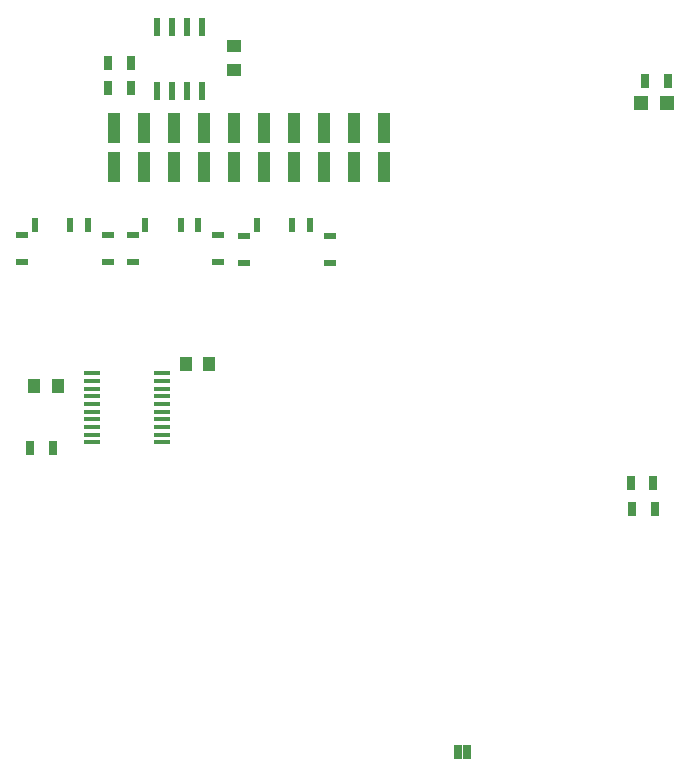
<source format=gbr>
G04 #@! TF.FileFunction,Paste,Top*
%FSLAX46Y46*%
G04 Gerber Fmt 4.6, Leading zero omitted, Abs format (unit mm)*
G04 Created by KiCad (PCBNEW 4.0.7) date Monday, July 02, 2018 'PMt' 09:22:05 PM*
%MOMM*%
%LPD*%
G01*
G04 APERTURE LIST*
%ADD10C,0.100000*%
%ADD11R,1.000000X2.510000*%
%ADD12R,1.250000X1.000000*%
%ADD13R,1.000000X1.250000*%
%ADD14R,1.200000X1.200000*%
%ADD15R,0.700000X1.300000*%
%ADD16R,0.600000X1.550000*%
%ADD17R,1.450000X0.450000*%
%ADD18R,1.000000X0.500000*%
%ADD19R,0.600000X1.200000*%
G04 APERTURE END LIST*
D10*
D11*
X198501000Y-120840000D03*
X206121000Y-124150000D03*
X208661000Y-124150000D03*
X211201000Y-124150000D03*
X211201000Y-120840000D03*
X208661000Y-120840000D03*
X206121000Y-120840000D03*
X188341000Y-124150000D03*
X190881000Y-124150000D03*
X193421000Y-124150000D03*
X195961000Y-124150000D03*
X188341000Y-120840000D03*
X190881000Y-120840000D03*
X193421000Y-120840000D03*
X195961000Y-120840000D03*
X201041000Y-124150000D03*
X198501000Y-124150000D03*
X201041000Y-120840000D03*
X203581000Y-124150000D03*
X203581000Y-120840000D03*
D12*
X198550000Y-115900000D03*
X198550000Y-113900000D03*
D13*
X183600000Y-142700000D03*
X181600000Y-142700000D03*
X194453000Y-140843000D03*
X196453000Y-140843000D03*
D14*
X235161000Y-118745000D03*
X232961000Y-118745000D03*
D15*
X233365000Y-116840000D03*
X235265000Y-116840000D03*
X183200000Y-147900000D03*
X181300000Y-147900000D03*
X232145800Y-150926800D03*
X234045800Y-150926800D03*
X234147400Y-153136600D03*
X232247400Y-153136600D03*
D16*
X195805000Y-112300000D03*
X194535000Y-112300000D03*
X193265000Y-112300000D03*
X191995000Y-112300000D03*
X191995000Y-117700000D03*
X193265000Y-117700000D03*
X194535000Y-117700000D03*
X195805000Y-117700000D03*
D17*
X186508600Y-141601000D03*
X186508600Y-142251000D03*
X186508600Y-142901000D03*
X186508600Y-143551000D03*
X186508600Y-144201000D03*
X186508600Y-144851000D03*
X186508600Y-145501000D03*
X186508600Y-146151000D03*
X186508600Y-146801000D03*
X186508600Y-147451000D03*
X192408600Y-147451000D03*
X192408600Y-146801000D03*
X192408600Y-146151000D03*
X192408600Y-145501000D03*
X192408600Y-144851000D03*
X192408600Y-144201000D03*
X192408600Y-143551000D03*
X192408600Y-142901000D03*
X192408600Y-142251000D03*
X192408600Y-141601000D03*
D15*
X189799000Y-115294000D03*
X187899000Y-115294000D03*
X189799000Y-117453000D03*
X187899000Y-117453000D03*
X217500000Y-173650000D03*
X218300000Y-173650000D03*
D18*
X180619400Y-129870200D03*
D19*
X181675400Y-129013200D03*
X184675400Y-129013200D03*
X186175400Y-129013200D03*
D18*
X180619400Y-132156200D03*
X187858400Y-132156200D03*
X187858400Y-129870200D03*
X189966600Y-129895600D03*
D19*
X191022600Y-129038600D03*
X194022600Y-129038600D03*
X195522600Y-129038600D03*
D18*
X189966600Y-132181600D03*
X197205600Y-132181600D03*
X197205600Y-129895600D03*
X199390000Y-129946400D03*
D19*
X200446000Y-129089400D03*
X203446000Y-129089400D03*
X204946000Y-129089400D03*
D18*
X199390000Y-132232400D03*
X206629000Y-132232400D03*
X206629000Y-129946400D03*
M02*

</source>
